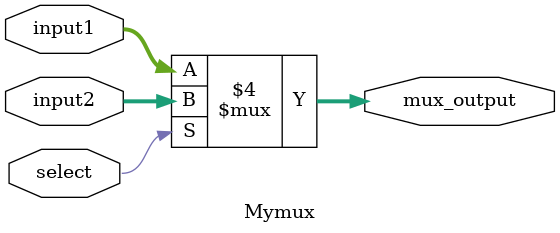
<source format=v>
 

module Mymux (input1, input2, mux_output, select);
input [3:0]input1, input2;
input select;
output [3:0]mux_output;
reg [3:0]mux_output;

always@(select) begin

if(select == 1'b1) begin

mux_output = input2;

end

else begin

mux_output = input1;

end

end

endmodule
</source>
